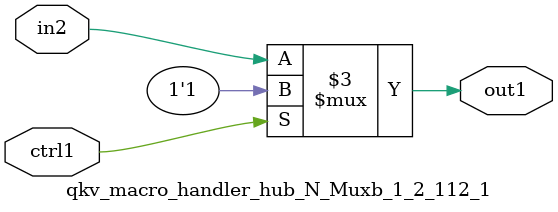
<source format=v>

`timescale 1ps / 1ps


module qkv_macro_handler_hub_N_Muxb_1_2_112_1( in2, ctrl1, out1 );

    input in2;
    input ctrl1;
    output out1;
    reg out1;

    
    // rtl_process:qkv_macro_handler_hub_N_Muxb_1_2_112_1/qkv_macro_handler_hub_N_Muxb_1_2_112_1_thread_1
    always @*
      begin : qkv_macro_handler_hub_N_Muxb_1_2_112_1_thread_1
        case (ctrl1) 
          1'b1: 
            begin
              out1 = 1'b1;
            end
          default: 
            begin
              out1 = in2;
            end
        endcase
      end

endmodule


</source>
